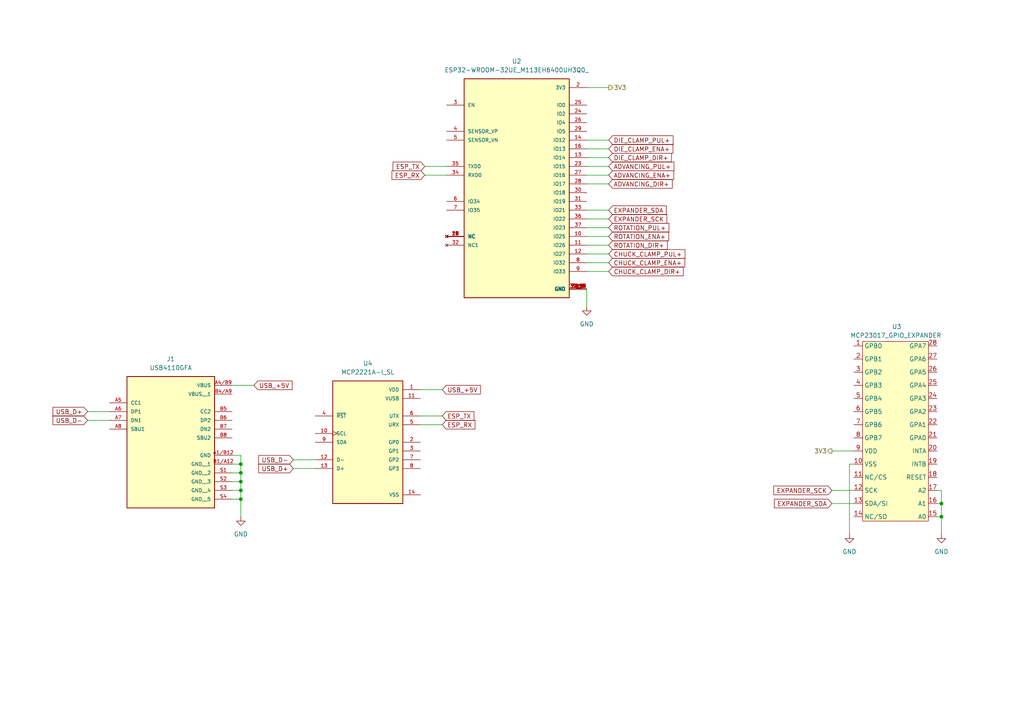
<source format=kicad_sch>
(kicad_sch (version 20231120) (generator "eeschema") (generator_version "8.0")
  (paper "A4")
  (lib_symbols
    (symbol "ESP32-WROOM-32UE_M113EH6400UH3Q0_:ESP32-WROOM-32UE_M113EH6400UH3Q0_" (pin_names (offset 1.016))
      (property "Reference" "U" (at -15.0359 34.1345 0))
      (property "Value" "ESP32-WROOM-32UE_M113EH6400UH3Q0_" (at -15.2867 -33.1281 0))
      (symbol "ESP32-WROOM-32UE_M113EH6400UH3Q0__0_0"
        (rectangle (start -15.24 -30.48) (end 15.24 33.02) (stroke (width 0.254)) (fill (type background)))
        (pin power_in line (at 20.32 -27.94 180) (length 5.08) (name "GND") (number "1"))
        (pin bidirectional line (at 20.32 -12.7 180) (length 5.08) (name "IO25") (number "10"))
        (pin bidirectional line (at 20.32 -15.24 180) (length 5.08) (name "IO26") (number "11"))
        (pin bidirectional line (at 20.32 -17.78 180) (length 5.08) (name "IO27") (number "12"))
        (pin bidirectional line (at 20.32 10.16 180) (length 5.08) (name "IO14") (number "13"))
        (pin bidirectional line (at 20.32 15.24 180) (length 5.08) (name "IO12") (number "14"))
        (pin power_in line (at 20.32 -27.94 180) (length 5.08) (name "GND") (number "15"))
        (pin bidirectional line (at 20.32 12.7 180) (length 5.08) (name "IO13") (number "16"))
        (pin no_connect line (at -20.32 -12.7 0) (length 5.08) (name "NC") (number "17"))
        (pin no_connect line (at -20.32 -12.7 0) (length 5.08) (name "NC") (number "18"))
        (pin no_connect line (at -20.32 -12.7 0) (length 5.08) (name "NC") (number "19"))
        (pin power_in line (at 20.32 30.48 180) (length 5.08) (name "3V3") (number "2"))
        (pin no_connect line (at -20.32 -12.7 0) (length 5.08) (name "NC") (number "20"))
        (pin no_connect line (at -20.32 -12.7 0) (length 5.08) (name "NC") (number "21"))
        (pin no_connect line (at -20.32 -12.7 0) (length 5.08) (name "NC") (number "22"))
        (pin bidirectional line (at 20.32 7.62 180) (length 5.08) (name "IO15") (number "23"))
        (pin bidirectional line (at 20.32 22.86 180) (length 5.08) (name "IO2") (number "24"))
        (pin bidirectional line (at 20.32 25.4 180) (length 5.08) (name "IO0") (number "25"))
        (pin bidirectional line (at 20.32 20.32 180) (length 5.08) (name "IO4") (number "26"))
        (pin bidirectional line (at 20.32 5.08 180) (length 5.08) (name "IO16") (number "27"))
        (pin bidirectional line (at 20.32 2.54 180) (length 5.08) (name "IO17") (number "28"))
        (pin bidirectional line (at 20.32 17.78 180) (length 5.08) (name "IO5") (number "29"))
        (pin input line (at -20.32 25.4 0) (length 5.08) (name "EN") (number "3"))
        (pin bidirectional line (at 20.32 0 180) (length 5.08) (name "IO18") (number "30"))
        (pin bidirectional line (at 20.32 -2.54 180) (length 5.08) (name "IO19") (number "31"))
        (pin no_connect line (at -20.32 -15.24 0) (length 5.08) (name "NC1") (number "32"))
        (pin bidirectional line (at 20.32 -5.08 180) (length 5.08) (name "IO21") (number "33"))
        (pin bidirectional line (at -20.32 5.08 0) (length 5.08) (name "RXD0") (number "34"))
        (pin bidirectional line (at -20.32 7.62 0) (length 5.08) (name "TXD0") (number "35"))
        (pin bidirectional line (at 20.32 -7.62 180) (length 5.08) (name "IO22") (number "36"))
        (pin bidirectional line (at 20.32 -10.16 180) (length 5.08) (name "IO23") (number "37"))
        (pin power_in line (at 20.32 -27.94 180) (length 5.08) (name "GND") (number "38"))
        (pin power_in line (at 20.32 -27.94 180) (length 5.08) (name "GND") (number "39_1"))
        (pin power_in line (at 20.32 -27.94 180) (length 5.08) (name "GND") (number "39_10"))
        (pin power_in line (at 20.32 -27.94 180) (length 5.08) (name "GND") (number "39_11"))
        (pin power_in line (at 20.32 -27.94 180) (length 5.08) (name "GND") (number "39_12"))
        (pin power_in line (at 20.32 -27.94 180) (length 5.08) (name "GND") (number "39_13"))
        (pin power_in line (at 20.32 -27.94 180) (length 5.08) (name "GND") (number "39_14"))
        (pin power_in line (at 20.32 -27.94 180) (length 5.08) (name "GND") (number "39_15"))
        (pin power_in line (at 20.32 -27.94 180) (length 5.08) (name "GND") (number "39_16"))
        (pin power_in line (at 20.32 -27.94 180) (length 5.08) (name "GND") (number "39_17"))
        (pin power_in line (at 20.32 -27.94 180) (length 5.08) (name "GND") (number "39_18"))
        (pin power_in line (at 20.32 -27.94 180) (length 5.08) (name "GND") (number "39_19"))
        (pin power_in line (at 20.32 -27.94 180) (length 5.08) (name "GND") (number "39_2"))
        (pin power_in line (at 20.32 -27.94 180) (length 5.08) (name "GND") (number "39_20"))
        (pin power_in line (at 20.32 -27.94 180) (length 5.08) (name "GND") (number "39_21"))
        (pin power_in line (at 20.32 -27.94 180) (length 5.08) (name "GND") (number "39_3"))
        (pin power_in line (at 20.32 -27.94 180) (length 5.08) (name "GND") (number "39_4"))
        (pin power_in line (at 20.32 -27.94 180) (length 5.08) (name "GND") (number "39_5"))
        (pin power_in line (at 20.32 -27.94 180) (length 5.08) (name "GND") (number "39_6"))
        (pin power_in line (at 20.32 -27.94 180) (length 5.08) (name "GND") (number "39_7"))
        (pin power_in line (at 20.32 -27.94 180) (length 5.08) (name "GND") (number "39_8"))
        (pin power_in line (at 20.32 -27.94 180) (length 5.08) (name "GND") (number "39_9"))
        (pin input line (at -20.32 17.78 0) (length 5.08) (name "SENSOR_VP") (number "4"))
        (pin input line (at -20.32 15.24 0) (length 5.08) (name "SENSOR_VN") (number "5"))
        (pin input line (at -20.32 -2.54 0) (length 5.08) (name "IO34") (number "6"))
        (pin input line (at -20.32 -5.08 0) (length 5.08) (name "IO35") (number "7"))
        (pin bidirectional line (at 20.32 -20.32 180) (length 5.08) (name "IO32") (number "8"))
        (pin bidirectional line (at 20.32 -22.86 180) (length 5.08) (name "IO33") (number "9"))
      )
    )
    (symbol "MCP2221A-I_SL:MCP2221A-I_SL" (pin_names (offset 1.016))
      (property "Reference" "U" (at -10.16 18.542 0))
      (property "Value" "MCP2221A-I_SL" (at -10.16 -20.32 0))
      (symbol "MCP2221A-I_SL_0_0"
        (rectangle (start -10.16 -17.78) (end 10.16 17.78) (stroke (width 0.254)) (fill (type background)))
        (pin power_in line (at 15.24 15.24 180) (length 5.08) (name "VDD") (number "1"))
        (pin bidirectional clock (at -15.24 2.54 0) (length 5.08) (name "SCL") (number "10"))
        (pin power_in line (at 15.24 12.7 180) (length 5.08) (name "VUSB") (number "11"))
        (pin bidirectional line (at -15.24 -5.08 0) (length 5.08) (name "D-") (number "12"))
        (pin bidirectional line (at -15.24 -7.62 0) (length 5.08) (name "D+") (number "13"))
        (pin power_in line (at 15.24 -15.24 180) (length 5.08) (name "VSS") (number "14"))
        (pin bidirectional line (at 15.24 0 180) (length 5.08) (name "GP0") (number "2"))
        (pin bidirectional line (at 15.24 -2.54 180) (length 5.08) (name "GP1") (number "3"))
        (pin input line (at -15.24 7.62 0) (length 5.08) (name "~{RST}") (number "4"))
        (pin input line (at 15.24 5.08 180) (length 5.08) (name "URX") (number "5"))
        (pin output line (at 15.24 7.62 180) (length 5.08) (name "UTX") (number "6"))
        (pin bidirectional line (at 15.24 -5.08 180) (length 5.08) (name "GP2") (number "7"))
        (pin bidirectional line (at 15.24 -7.62 180) (length 5.08) (name "GP3") (number "8"))
        (pin bidirectional line (at -15.24 0 0) (length 5.08) (name "SDA") (number "9"))
      )
    )
    (symbol "MCP23017:MCP23017_GPIO_EXPANDER"
      (property "Reference" "U7" (at -0.254 3.048 0))
      (property "Value" "MCP23017_GPIO_EXPANDER" (at -0.508 0.508 0))
      (symbol "MCP23017_GPIO_EXPANDER_0_1"
        (rectangle (start -10.16 -1.27) (end 8.89 -53.34) (fill (type background)))
      )
      (symbol "MCP23017_GPIO_EXPANDER_1_1"
        (pin bidirectional line (at -12.7 -2.54 0) (length 2.54) (name "GPB0") (number "1"))
        (pin power_in line (at -12.7 -36.83 0) (length 2.54) (name "VSS") (number "10"))
        (pin input line (at -12.7 -40.64 0) (length 2.54) (name "NC/CS") (number "11"))
        (pin input line (at -12.7 -44.45 0) (length 2.54) (name "SCK") (number "12"))
        (pin bidirectional line (at -12.7 -48.26 0) (length 2.54) (name "SDA/SI") (number "13"))
        (pin output line (at -12.7 -52.07 0) (length 2.54) (name "NC/SO") (number "14"))
        (pin input line (at 11.43 -52.07 180) (length 2.54) (name "A0") (number "15"))
        (pin input line (at 11.43 -48.26 180) (length 2.54) (name "A1") (number "16"))
        (pin input line (at 11.43 -44.45 180) (length 2.54) (name "A2") (number "17"))
        (pin input line (at 11.43 -40.64 180) (length 2.54) (name "RESET") (number "18"))
        (pin output line (at 11.43 -36.83 180) (length 2.54) (name "INTB") (number "19"))
        (pin bidirectional line (at -12.7 -6.35 0) (length 2.54) (name "GPB1") (number "2"))
        (pin output line (at 11.43 -33.02 180) (length 2.54) (name "INTA") (number "20"))
        (pin bidirectional line (at 11.43 -29.21 180) (length 2.54) (name "GPA0") (number "21"))
        (pin bidirectional line (at 11.43 -25.4 180) (length 2.54) (name "GPA1") (number "22"))
        (pin bidirectional line (at 11.43 -21.59 180) (length 2.54) (name "GPA2") (number "23"))
        (pin bidirectional line (at 11.43 -17.78 180) (length 2.54) (name "GPA3") (number "24"))
        (pin bidirectional line (at 11.43 -13.97 180) (length 2.54) (name "GPA4") (number "25"))
        (pin bidirectional line (at 11.43 -10.16 180) (length 2.54) (name "GPA5") (number "26"))
        (pin bidirectional line (at 11.43 -6.35 180) (length 2.54) (name "GPA6") (number "27"))
        (pin bidirectional line (at 11.43 -2.54 180) (length 2.54) (name "GPA7") (number "28"))
        (pin bidirectional line (at -12.7 -10.16 0) (length 2.54) (name "GPB2") (number "3"))
        (pin bidirectional line (at -12.7 -13.97 0) (length 2.54) (name "GPB3") (number "4"))
        (pin bidirectional line (at -12.7 -17.78 0) (length 2.54) (name "GPB4") (number "5"))
        (pin bidirectional line (at -12.7 -21.59 0) (length 2.54) (name "GPB5") (number "6"))
        (pin bidirectional line (at -12.7 -25.4 0) (length 2.54) (name "GPB6") (number "7"))
        (pin bidirectional line (at -12.7 -29.21 0) (length 2.54) (name "GPB7") (number "8"))
        (pin power_in line (at -12.7 -33.02 0) (length 2.54) (name "VDD") (number "9"))
      )
    )
    (symbol "USB4110GFA:USB4110GFA" (pin_names (offset 1.016))
      (property "Reference" "J" (at -12.7 11.43 0))
      (property "Value" "USB4110GFA" (at -12.7 -30.48 0))
      (symbol "USB4110GFA_0_0"
        (rectangle (start -12.7 -27.94) (end 12.7 10.16) (stroke (width 0.254)) (fill (type background)))
        (pin power_in line (at 17.78 -12.7 180) (length 5.08) (name "GND") (number "A1/B12"))
        (pin power_in line (at 17.78 7.62 180) (length 5.08) (name "VBUS") (number "A4/B9"))
        (pin bidirectional line (at -17.78 2.54 0) (length 5.08) (name "CC1") (number "A5"))
        (pin bidirectional line (at -17.78 0 0) (length 5.08) (name "DP1") (number "A6"))
        (pin bidirectional line (at -17.78 -2.54 0) (length 5.08) (name "DN1") (number "A7"))
        (pin bidirectional line (at -17.78 -5.08 0) (length 5.08) (name "SBU1") (number "A8"))
        (pin power_in line (at 17.78 -15.24 180) (length 5.08) (name "GND__1") (number "B1/A12"))
        (pin power_in line (at 17.78 5.08 180) (length 5.08) (name "VBUS__1") (number "B4/A9"))
        (pin bidirectional line (at 17.78 0 180) (length 5.08) (name "CC2") (number "B5"))
        (pin bidirectional line (at 17.78 -2.54 180) (length 5.08) (name "DP2") (number "B6"))
        (pin bidirectional line (at 17.78 -5.08 180) (length 5.08) (name "DN2") (number "B7"))
        (pin bidirectional line (at 17.78 -7.62 180) (length 5.08) (name "SBU2") (number "B8"))
        (pin power_in line (at 17.78 -17.78 180) (length 5.08) (name "GND__2") (number "S1"))
        (pin power_in line (at 17.78 -20.32 180) (length 5.08) (name "GND__3") (number "S2"))
        (pin power_in line (at 17.78 -22.86 180) (length 5.08) (name "GND__4") (number "S3"))
        (pin power_in line (at 17.78 -25.4 180) (length 5.08) (name "GND__5") (number "S4"))
      )
    )
    (symbol "power:GND" (power) (pin_numbers hide) (pin_names (offset 0) hide)
      (property "Value" "GND" (at 0 -3.81 0))
      (symbol "GND_0_1"
        (polyline (pts (xy 0 0) (xy 0 -1.27) (xy 1.27 -1.27) (xy 0 -2.54) (xy -1.27 -1.27) (xy 0 -1.27)))
      )
      (symbol "GND_1_1"
        (pin power_in line (at 0 0 270) (length 0) (name "~") (number "1"))
      )
    )
  )
  (junction (at 69.85 134.62))
  (junction (at 273.05 146.05))
  (junction (at 69.85 137.16))
  (junction (at 273.05 149.86))
  (junction (at 69.85 139.7))
  (junction (at 69.85 144.78))
  (junction (at 69.85 142.24))
  (wire (pts (xy 170.18 25.4) (xy 176.53 25.4)))
  (wire (pts (xy 170.18 76.2) (xy 176.53 76.2)))
  (wire (pts (xy 170.18 73.66) (xy 176.53 73.66)))
  (wire (pts (xy 128.27 113.03) (xy 121.92 113.03)))
  (wire (pts (xy 273.05 154.94) (xy 273.05 149.86)))
  (wire (pts (xy 85.09 135.89) (xy 91.44 135.89)))
  (wire (pts (xy 123.19 48.26) (xy 129.54 48.26)))
  (wire (pts (xy 176.53 53.34) (xy 170.18 53.34)))
  (wire (pts (xy 123.19 50.8) (xy 129.54 50.8)))
  (wire (pts (xy 176.53 71.12) (xy 170.18 71.12)))
  (wire (pts (xy 73.66 111.76) (xy 67.31 111.76)))
  (wire (pts (xy 241.3 130.81) (xy 247.65 130.81)))
  (wire (pts (xy 69.85 142.24) (xy 69.85 144.78)))
  (wire (pts (xy 176.53 43.18) (xy 170.18 43.18)))
  (wire (pts (xy 69.85 137.16) (xy 69.85 139.7)))
  (wire (pts (xy 176.53 48.26) (xy 170.18 48.26)))
  (wire (pts (xy 247.65 146.05) (xy 241.3 146.05)))
  (wire (pts (xy 67.31 137.16) (xy 69.85 137.16)))
  (wire (pts (xy 67.31 139.7) (xy 69.85 139.7)))
  (wire (pts (xy 128.27 120.65) (xy 121.92 120.65)))
  (wire (pts (xy 25.4 119.38) (xy 31.75 119.38)))
  (wire (pts (xy 69.85 134.62) (xy 69.85 137.16)))
  (wire (pts (xy 67.31 132.08) (xy 69.85 132.08)))
  (wire (pts (xy 273.05 146.05) (xy 271.78 146.05)))
  (wire (pts (xy 69.85 132.08) (xy 69.85 134.62)))
  (wire (pts (xy 273.05 146.05) (xy 273.05 149.86)))
  (wire (pts (xy 273.05 142.24) (xy 273.05 146.05)))
  (wire (pts (xy 170.18 88.9) (xy 170.18 83.82)))
  (wire (pts (xy 176.53 63.5) (xy 170.18 63.5)))
  (wire (pts (xy 85.09 133.35) (xy 91.44 133.35)))
  (wire (pts (xy 67.31 142.24) (xy 69.85 142.24)))
  (wire (pts (xy 69.85 139.7) (xy 69.85 142.24)))
  (wire (pts (xy 176.53 66.04) (xy 170.18 66.04)))
  (wire (pts (xy 170.18 60.96) (xy 176.53 60.96)))
  (wire (pts (xy 273.05 149.86) (xy 271.78 149.86)))
  (wire (pts (xy 176.53 40.64) (xy 170.18 40.64)))
  (wire (pts (xy 25.4 121.92) (xy 31.75 121.92)))
  (wire (pts (xy 247.65 134.62) (xy 246.38 134.62)))
  (wire (pts (xy 176.53 45.72) (xy 170.18 45.72)))
  (wire (pts (xy 273.05 142.24) (xy 271.78 142.24)))
  (wire (pts (xy 69.85 144.78) (xy 69.85 149.86)))
  (wire (pts (xy 241.3 142.24) (xy 247.65 142.24)))
  (wire (pts (xy 67.31 134.62) (xy 69.85 134.62)))
  (wire (pts (xy 176.53 50.8) (xy 170.18 50.8)))
  (wire (pts (xy 170.18 78.74) (xy 176.53 78.74)))
  (wire (pts (xy 69.85 144.78) (xy 67.31 144.78)))
  (wire (pts (xy 246.38 134.62) (xy 246.38 154.94)))
  (wire (pts (xy 128.27 123.19) (xy 121.92 123.19)))
  (wire (pts (xy 176.53 68.58) (xy 170.18 68.58)))
  (global_label "CHUCK_CLAMP_PUL+" (shape input) (at 176.53 73.66 0) (property "Intersheetrefs" "${INTERSHEET_REFS}" (effects (hide yes))))
  (global_label "ADVANCING_PUL+" (shape input) (at 176.53 48.26 0) (property "Intersheetrefs" "${INTERSHEET_REFS}" (effects (hide yes))))
  (global_label "ADVANCING_DIR+" (shape input) (at 176.53 53.34 0) (property "Intersheetrefs" "${INTERSHEET_REFS}" (effects (hide yes))))
  (global_label "DIE_CLAMP_DIR+" (shape input) (at 176.53 45.72 0) (property "Intersheetrefs" "${INTERSHEET_REFS}" (effects (hide yes))))
  (global_label "ROTATION_DIR+" (shape input) (at 176.53 71.12 0) (property "Intersheetrefs" "${INTERSHEET_REFS}" (effects (hide yes))))
  (global_label "ESP_TX" (shape input) (at 128.27 120.65 0) (property "Intersheetrefs" "${INTERSHEET_REFS}" (effects (hide yes))))
  (global_label "ADVANCING_ENA+" (shape input) (at 176.53 50.8 0) (property "Intersheetrefs" "${INTERSHEET_REFS}" (effects (hide yes))))
  (global_label "EXPANDER_SCK" (shape input) (at 241.3 142.24 180) (property "Intersheetrefs" "${INTERSHEET_REFS}" (effects (hide yes))))
  (global_label "ROTATION_ENA+" (shape input) (at 176.53 68.58 0) (property "Intersheetrefs" "${INTERSHEET_REFS}" (effects (hide yes))))
  (global_label "DIE_CLAMP_ENA+" (shape input) (at 176.53 43.18 0) (property "Intersheetrefs" "${INTERSHEET_REFS}" (effects (hide yes))))
  (global_label "USB_+5V" (shape input) (at 128.27 113.03 0) (property "Intersheetrefs" "${INTERSHEET_REFS}" (effects (hide yes))))
  (global_label "EXPANDER_SCK" (shape input) (at 176.53 63.5 0) (property "Intersheetrefs" "${INTERSHEET_REFS}" (effects (hide yes))))
  (global_label "DIE_CLAMP_PUL+" (shape input) (at 176.53 40.64 0) (property "Intersheetrefs" "${INTERSHEET_REFS}" (effects (hide yes))))
  (global_label "USB_D-" (shape input) (at 25.4 121.92 180) (property "Intersheetrefs" "${INTERSHEET_REFS}" (effects (hide yes))))
  (global_label "ESP_RX" (shape input) (at 123.19 50.8 180) (property "Intersheetrefs" "${INTERSHEET_REFS}" (effects (hide yes))))
  (global_label "CHUCK_CLAMP_ENA+" (shape input) (at 176.53 76.2 0) (property "Intersheetrefs" "${INTERSHEET_REFS}" (effects (hide yes))))
  (global_label "USB_D-" (shape input) (at 85.09 133.35 180) (property "Intersheetrefs" "${INTERSHEET_REFS}" (effects (hide yes))))
  (global_label "USB_D+" (shape input) (at 85.09 135.89 180) (property "Intersheetrefs" "${INTERSHEET_REFS}" (effects (hide yes))))
  (global_label "USB_D+" (shape input) (at 25.4 119.38 180) (property "Intersheetrefs" "${INTERSHEET_REFS}" (effects (hide yes))))
  (global_label "EXPANDER_SDA" (shape input) (at 241.3 146.05 180) (property "Intersheetrefs" "${INTERSHEET_REFS}" (effects (hide yes))))
  (global_label "CHUCK_CLAMP_DIR+" (shape input) (at 176.53 78.74 0) (property "Intersheetrefs" "${INTERSHEET_REFS}" (effects (hide yes))))
  (global_label "ESP_RX" (shape input) (at 128.27 123.19 0) (property "Intersheetrefs" "${INTERSHEET_REFS}" (effects (hide yes))))
  (global_label "ROTATION_PUL+" (shape input) (at 176.53 66.04 0) (property "Intersheetrefs" "${INTERSHEET_REFS}" (effects (hide yes))))
  (global_label "ESP_TX" (shape input) (at 123.19 48.26 180) (property "Intersheetrefs" "${INTERSHEET_REFS}" (effects (hide yes))))
  (global_label "USB_+5V" (shape input) (at 73.66 111.76 0) (property "Intersheetrefs" "${INTERSHEET_REFS}" (effects (hide yes))))
  (global_label "EXPANDER_SDA" (shape input) (at 176.53 60.96 0) (property "Intersheetrefs" "${INTERSHEET_REFS}" (effects (hide yes))))
  (hierarchical_label "3V3" (shape output) (at 176.53 25.4 0))
  (hierarchical_label "3V3" (shape output) (at 241.3 130.81 180))
  (symbol (lib_id "ESP32-WROOM-32UE_M113EH6400UH3Q0_:ESP32-WROOM-32UE_M113EH6400UH3Q0_") (at 149.86 55.88 0) (unit 1)
    (property "Reference" "U2" (at 149.86 17.78 0))
    (property "Value" "ESP32-WROOM-32UE_M113EH6400UH3Q0_" (at 149.86 20.32 0))
    (property "Footprint" "ESP32-WROOM-32UE_M113EH6400UH3Q0_:MODULE_ESP32-WROOM-32UE_M113EH6400UH3Q0_" (effects (hide yes)))
    (property "MF" "Espressif Systems" (effects (hide yes)))
    (property "MAXIMUM_PACKAGE_HEIGHT" "3.35 mm" (effects (hide yes)))
    (property "Package" "None" (effects (hide yes)))
    (property "Price" "None" (effects (hide yes)))
    (property "Check_prices" "https://www.snapeda.com/parts/ESP32-WROOM-32UE(M113EH6400UH3Q0)/Espressif+Systems/view-part/?ref=eda" (effects (hide yes)))
    (property "STANDARD" "Manufacturer Recommendations" (effects (hide yes)))
    (property "PARTREV" "1.2" (effects (hide yes)))
    (property "SnapEDA_Link" "https://www.snapeda.com/parts/ESP32-WROOM-32UE(M113EH6400UH3Q0)/Espressif+Systems/view-part/?ref=snap" (effects (hide yes)))
    (property "MP" "ESP32-WROOM-32UE(M113EH6400UH3Q0)" (effects (hide yes)))
    (property "Purchase-URL" "https://www.snapeda.com/api/url_track_click_mouser/?unipart_id=4796024&manufacturer=Espressif Systems&part_name=ESP32-WROOM-32UE(M113EH6400UH3Q0)&search_term=None" (effects (hide yes)))
    (property "Description_1" "\nBluetooth, WiFi 802.11b/g/n, Bluetooth v4.2 +EDR, Class 1, 2 and 3 Transceiver Module 2.4GHz ~ 2.5GHz Antenna Not Included, U.FL Surface Mount\n" (effects (hide yes)))
    (property "Availability" "In Stock" (effects (hide yes)))
    (property "MANUFACTURER" "Espressif Systems" (effects (hide yes)))
  )
  (symbol (lib_id "power:GND") (at 69.85 149.86 0) (unit 1)
    (property "Reference" "#PWR010" (effects (hide yes)))
    (property "Value" "GND" (at 69.85 154.94 0))
    (property "Description" "Power symbol creates a global label with name \"GND\" , ground" (effects (hide yes)))
  )
  (symbol (lib_id "power:GND") (at 246.38 154.94 0) (unit 1)
    (property "Reference" "#PWR09" (effects (hide yes)))
    (property "Value" "GND" (at 246.38 160.02 0))
    (property "Description" "Power symbol creates a global label with name \"GND\" , ground" (effects (hide yes)))
  )
  (symbol (lib_id "power:GND") (at 273.05 154.94 0) (unit 1)
    (property "Reference" "#PWR08" (effects (hide yes)))
    (property "Value" "GND" (at 273.05 160.02 0))
    (property "Description" "Power symbol creates a global label with name \"GND\" , ground" (effects (hide yes)))
  )
  (symbol (lib_id "MCP2221A-I_SL:MCP2221A-I_SL") (at 106.68 128.27 0) (unit 1)
    (property "Reference" "U4" (at 106.68 105.41 0))
    (property "Value" "MCP2221A-I_SL" (at 106.68 107.95 0))
    (property "Footprint" "MCP2221A-I_SL:SOIC127P600X175-14N" (effects (hide yes)))
    (property "MANUFACTURER" "Microchip" (effects (hide yes)))
    (property "STANDARD" "IPC7351B" (effects (hide yes)))
  )
  (symbol (lib_id "MCP23017:MCP23017_GPIO_EXPANDER") (at 260.35 97.79 0) (unit 1)
    (property "Reference" "U3" (at 260.096 94.742 0))
    (property "Value" "MCP23017_GPIO_EXPANDER" (at 259.842 97.282 0))
  )
  (symbol (lib_id "power:GND") (at 170.18 88.9 0) (unit 1)
    (property "Reference" "#PWR01" (effects (hide yes)))
    (property "Value" "GND" (at 170.18 93.98 0))
    (property "Description" "Power symbol creates a global label with name \"GND\" , ground" (effects (hide yes)))
  )
  (symbol (lib_id "USB4110GFA:USB4110GFA") (at 49.53 119.38 0) (unit 1)
    (property "Reference" "J1" (at 49.53 104.14 0))
    (property "Value" "USB4110GFA" (at 49.53 106.68 0))
    (property "Footprint" "USB4110GFA:GCT_USB4110GFA" (effects (hide yes)))
    (property "MF" "GCT" (effects (hide yes)))
    (property "Description_1" "USB-C (USB TYPE-C) USB 2.0 Receptacle Connector 24 (16+8 Dummy) Position Surface Mount, Right Angle; Through Hole" (effects (hide yes)))
    (property "Package" "None" (effects (hide yes)))
    (property "Price" "None" (effects (hide yes)))
    (property "MP" "USB4110GFA" (effects (hide yes)))
    (property "Availability" "In Stock" (effects (hide yes)))
  )
)
</source>
